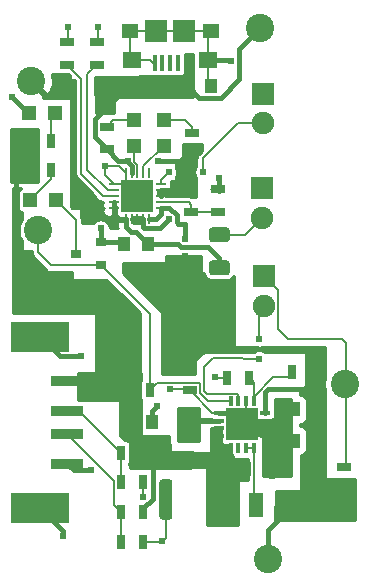
<source format=gbr>
%TF.GenerationSoftware,KiCad,Pcbnew,(5.1.9-0-10_14)*%
%TF.CreationDate,2021-03-09T11:41:36-05:00*%
%TF.ProjectId,Antoinette_PowerBank,416e746f-696e-4657-9474-655f506f7765,rev?*%
%TF.SameCoordinates,Original*%
%TF.FileFunction,Copper,L1,Top*%
%TF.FilePolarity,Positive*%
%FSLAX46Y46*%
G04 Gerber Fmt 4.6, Leading zero omitted, Abs format (unit mm)*
G04 Created by KiCad (PCBNEW (5.1.9-0-10_14)) date 2021-03-09 11:41:36*
%MOMM*%
%LPD*%
G01*
G04 APERTURE LIST*
%TA.AperFunction,SMDPad,CuDef*%
%ADD10R,0.700000X1.300000*%
%TD*%
%TA.AperFunction,ComponentPad*%
%ADD11C,2.400000*%
%TD*%
%TA.AperFunction,SMDPad,CuDef*%
%ADD12R,2.700000X2.700000*%
%TD*%
%TA.AperFunction,SMDPad,CuDef*%
%ADD13R,0.260000X0.810000*%
%TD*%
%TA.AperFunction,SMDPad,CuDef*%
%ADD14R,0.810000X0.260000*%
%TD*%
%TA.AperFunction,SMDPad,CuDef*%
%ADD15R,1.300000X0.700000*%
%TD*%
%TA.AperFunction,SMDPad,CuDef*%
%ADD16R,0.340000X0.810000*%
%TD*%
%TA.AperFunction,SMDPad,CuDef*%
%ADD17R,0.810000X0.340000*%
%TD*%
%TA.AperFunction,SMDPad,CuDef*%
%ADD18R,1.000000X1.250000*%
%TD*%
%TA.AperFunction,SMDPad,CuDef*%
%ADD19R,1.200000X1.200000*%
%TD*%
%TA.AperFunction,SMDPad,CuDef*%
%ADD20R,1.900000X1.900000*%
%TD*%
%TA.AperFunction,SMDPad,CuDef*%
%ADD21R,1.450000X1.300000*%
%TD*%
%TA.AperFunction,SMDPad,CuDef*%
%ADD22R,1.600000X1.400000*%
%TD*%
%TA.AperFunction,SMDPad,CuDef*%
%ADD23R,0.400000X1.350000*%
%TD*%
%TA.AperFunction,SMDPad,CuDef*%
%ADD24R,5.000000X2.500000*%
%TD*%
%TA.AperFunction,SMDPad,CuDef*%
%ADD25R,2.800000X0.900000*%
%TD*%
%TA.AperFunction,SMDPad,CuDef*%
%ADD26R,0.900000X0.800000*%
%TD*%
%TA.AperFunction,SMDPad,CuDef*%
%ADD27R,1.200000X2.000000*%
%TD*%
%TA.AperFunction,ComponentPad*%
%ADD28R,1.900000X1.900000*%
%TD*%
%TA.AperFunction,ComponentPad*%
%ADD29C,1.900000*%
%TD*%
%TA.AperFunction,ViaPad*%
%ADD30C,0.609600*%
%TD*%
%TA.AperFunction,Conductor*%
%ADD31C,0.400000*%
%TD*%
%TA.AperFunction,Conductor*%
%ADD32C,0.150000*%
%TD*%
%TA.AperFunction,Conductor*%
%ADD33C,0.152400*%
%TD*%
%TA.AperFunction,Conductor*%
%ADD34C,0.254000*%
%TD*%
%TA.AperFunction,Conductor*%
%ADD35C,0.100000*%
%TD*%
G04 APERTURE END LIST*
D10*
%TO.P,R15,2*%
%TO.N,Net-(D3-Pad2)*%
X74165500Y-43116500D03*
%TO.P,R15,1*%
%TO.N,+5V*%
X72265500Y-43116500D03*
%TD*%
%TO.P,R14,2*%
%TO.N,Net-(Q1-Pad1)*%
X82484000Y-61785500D03*
%TO.P,R14,1*%
%TO.N,+5V*%
X80584000Y-61785500D03*
%TD*%
%TO.P,R6,2*%
%TO.N,Net-(R6-Pad2)*%
X94554000Y-60261500D03*
%TO.P,R6,1*%
%TO.N,+BATT*%
X96454000Y-60261500D03*
%TD*%
D11*
%TO.P,TP1,1*%
%TO.N,VBUS*%
X91821000Y-31115000D03*
%TD*%
D12*
%TO.P,U2,21*%
%TO.N,GND*%
X81453799Y-45364400D03*
D13*
%TO.P,U2,20*%
%TO.N,+BATT*%
X82453799Y-47319400D03*
%TO.P,U2,19*%
%TO.N,VBUS*%
X81953799Y-47319400D03*
%TO.P,U2,18*%
X81453799Y-47319400D03*
%TO.P,U2,17*%
X80953799Y-47319400D03*
%TO.P,U2,16*%
%TO.N,/Battery+*%
X80453799Y-47319400D03*
D14*
%TO.P,U2,15*%
X79498799Y-46364400D03*
%TO.P,U2,14*%
X79498799Y-45864400D03*
%TO.P,U2,13*%
%TO.N,Net-(R9-Pad1)*%
X79498799Y-45364400D03*
%TO.P,U2,12*%
%TO.N,Net-(R5-Pad1)*%
X79498799Y-44864400D03*
%TO.P,U2,11*%
%TO.N,GND*%
X79498799Y-44364400D03*
D13*
%TO.P,U2,10*%
X80453799Y-43409400D03*
%TO.P,U2,9*%
%TO.N,VBUS*%
X80953799Y-43409400D03*
%TO.P,U2,8*%
%TO.N,Net-(D1-Pad1)*%
X81453799Y-43409400D03*
%TO.P,U2,7*%
%TO.N,Net-(D2-Pad1)*%
X81953799Y-43409400D03*
%TO.P,U2,6*%
%TO.N,Net-(U2-Pad6)*%
X82453799Y-43409400D03*
D14*
%TO.P,U2,5*%
%TO.N,/16KThermistor*%
X83408799Y-44364400D03*
%TO.P,U2,4*%
%TO.N,VBUS*%
X83408799Y-44864400D03*
%TO.P,U2,3*%
X83408799Y-45364400D03*
%TO.P,U2,2*%
%TO.N,Net-(R3-Pad2)*%
X83408799Y-45864400D03*
%TO.P,U2,1*%
%TO.N,+BATT*%
X83408799Y-46364400D03*
%TD*%
D15*
%TO.P,R11,2*%
%TO.N,Net-(D2-Pad2)*%
X86080600Y-40010000D03*
%TO.P,R11,1*%
%TO.N,VBUS*%
X86080600Y-41910000D03*
%TD*%
%TO.P,R5,1*%
%TO.N,Net-(R5-Pad1)*%
X78041500Y-34224000D03*
%TO.P,R5,2*%
%TO.N,GND*%
X78041500Y-32324000D03*
%TD*%
D16*
%TO.P,U3,1*%
%TO.N,+5V*%
X89334700Y-66648800D03*
%TO.P,U3,2*%
%TO.N,N/C*%
X89984700Y-66648800D03*
%TO.P,U3,3*%
%TO.N,Net-(L1-Pad2)*%
X90634700Y-66648800D03*
%TO.P,U3,4*%
X91284700Y-66648800D03*
D17*
%TO.P,U3,5*%
%TO.N,GND*%
X92264700Y-65668800D03*
%TO.P,U3,6*%
X92264700Y-65018800D03*
%TO.P,U3,7*%
X92264700Y-64368800D03*
%TO.P,U3,8*%
%TO.N,+BATT*%
X92264700Y-63718800D03*
D16*
%TO.P,U3,9*%
%TO.N,Net-(R6-Pad2)*%
X91284700Y-62738800D03*
%TO.P,U3,10*%
%TO.N,GND*%
X90634700Y-62738800D03*
%TO.P,U3,11*%
%TO.N,/switch*%
X89984700Y-62738800D03*
%TO.P,U3,12*%
%TO.N,Net-(Q1-Pad1)*%
X89334700Y-62738800D03*
D17*
%TO.P,U3,13*%
%TO.N,GND*%
X88354700Y-63718800D03*
%TO.P,U3,14*%
%TO.N,Net-(R12-Pad2)*%
X88354700Y-64368800D03*
%TO.P,U3,15*%
%TO.N,+5V*%
X88354700Y-65018800D03*
%TO.P,U3,16*%
X88354700Y-65668800D03*
D12*
%TO.P,U3,17*%
%TO.N,GND*%
X90309700Y-64693800D03*
%TD*%
D18*
%TO.P,C1,2*%
%TO.N,GND*%
X82661000Y-64516000D03*
%TO.P,C1,1*%
%TO.N,+5V*%
X80661000Y-64516000D03*
%TD*%
%TO.P,C2,1*%
%TO.N,VBUS*%
X85715600Y-36042600D03*
%TO.P,C2,2*%
%TO.N,GND*%
X87715600Y-36042600D03*
%TD*%
%TO.P,C3,2*%
%TO.N,GND*%
X80343500Y-49403000D03*
%TO.P,C3,1*%
%TO.N,/Battery+*%
X82343500Y-49403000D03*
%TD*%
%TO.P,C4,2*%
%TO.N,GND*%
X94694500Y-66065400D03*
%TO.P,C4,1*%
%TO.N,+BATT*%
X96694500Y-66065400D03*
%TD*%
%TO.P,C5,1*%
%TO.N,+BATT*%
X96694500Y-63423800D03*
%TO.P,C5,2*%
%TO.N,GND*%
X94694500Y-63423800D03*
%TD*%
%TO.P,C6,1*%
%TO.N,+5V*%
X90579700Y-68503800D03*
%TO.P,C6,2*%
%TO.N,GND*%
X92579700Y-68503800D03*
%TD*%
D19*
%TO.P,D1,1*%
%TO.N,Net-(D1-Pad1)*%
X81203800Y-41130400D03*
%TO.P,D1,2*%
%TO.N,Net-(D1-Pad2)*%
X81203800Y-38930400D03*
%TD*%
%TO.P,D2,2*%
%TO.N,Net-(D2-Pad2)*%
X83693000Y-38912800D03*
%TO.P,D2,1*%
%TO.N,Net-(D2-Pad1)*%
X83693000Y-41112800D03*
%TD*%
%TO.P,D3,1*%
%TO.N,Net-(D3-Pad1)*%
X74569500Y-45720000D03*
%TO.P,D3,2*%
%TO.N,Net-(D3-Pad2)*%
X72369500Y-45720000D03*
%TD*%
%TO.P,D4,2*%
%TO.N,Net-(D4-Pad2)*%
X74506000Y-38290500D03*
%TO.P,D4,1*%
%TO.N,GND*%
X72306000Y-38290500D03*
%TD*%
%TO.P,F1,1*%
%TO.N,Net-(F1-Pad1)*%
%TA.AperFunction,SMDPad,CuDef*%
G36*
G01*
X87767000Y-48013000D02*
X89017000Y-48013000D01*
G75*
G02*
X89267000Y-48263000I0J-250000D01*
G01*
X89267000Y-49013000D01*
G75*
G02*
X89017000Y-49263000I-250000J0D01*
G01*
X87767000Y-49263000D01*
G75*
G02*
X87517000Y-49013000I0J250000D01*
G01*
X87517000Y-48263000D01*
G75*
G02*
X87767000Y-48013000I250000J0D01*
G01*
G37*
%TD.AperFunction*%
%TO.P,F1,2*%
%TO.N,/Battery+*%
%TA.AperFunction,SMDPad,CuDef*%
G36*
G01*
X87767000Y-50813000D02*
X89017000Y-50813000D01*
G75*
G02*
X89267000Y-51063000I0J-250000D01*
G01*
X89267000Y-51813000D01*
G75*
G02*
X89017000Y-52063000I-250000J0D01*
G01*
X87767000Y-52063000D01*
G75*
G02*
X87517000Y-51813000I0J250000D01*
G01*
X87517000Y-51063000D01*
G75*
G02*
X87767000Y-50813000I250000J0D01*
G01*
G37*
%TD.AperFunction*%
%TD*%
D20*
%TO.P,J2,11*%
%TO.N,GND*%
X83026400Y-31419800D03*
%TO.P,J2,10*%
X85426400Y-31419800D03*
D21*
%TO.P,J2,9*%
X87651400Y-31419800D03*
%TO.P,J2,8*%
X80801400Y-31419800D03*
D22*
%TO.P,J2,7*%
X81026400Y-33869800D03*
%TO.P,J2,6*%
X87426400Y-33869800D03*
D23*
%TO.P,J2,5*%
X82926400Y-34094800D03*
%TO.P,J2,4*%
%TO.N,Net-(J2-Pad4)*%
X83576400Y-34094800D03*
%TO.P,J2,3*%
%TO.N,Net-(J2-Pad3)*%
X84226400Y-34094800D03*
%TO.P,J2,2*%
%TO.N,Net-(J2-Pad2)*%
X84876400Y-34094800D03*
%TO.P,J2,1*%
%TO.N,VBUS*%
X85526400Y-34094800D03*
%TD*%
D24*
%TO.P,J4,S2*%
%TO.N,GND*%
X73228000Y-71766000D03*
%TO.P,J4,S1*%
X73228000Y-57266000D03*
D25*
%TO.P,J4,03*%
%TO.N,Net-(J4-Pad03)*%
X75478000Y-65516000D03*
%TO.P,J4,01*%
%TO.N,+5V*%
X75478000Y-61016000D03*
%TO.P,J4,02*%
%TO.N,Net-(J4-Pad02)*%
X75478000Y-63516000D03*
%TO.P,J4,04*%
%TO.N,GND*%
X75478000Y-68016000D03*
%TD*%
D26*
%TO.P,Q1,1*%
%TO.N,Net-(Q1-Pad1)*%
X78329500Y-51178500D03*
%TO.P,Q1,2*%
%TO.N,GND*%
X78329500Y-49278500D03*
%TO.P,Q1,3*%
%TO.N,Net-(D3-Pad1)*%
X76229500Y-50228500D03*
%TD*%
D10*
%TO.P,R1,1*%
%TO.N,+5V*%
X81963300Y-72110600D03*
%TO.P,R1,2*%
%TO.N,Net-(J4-Pad03)*%
X80063300Y-72110600D03*
%TD*%
%TO.P,R2,2*%
%TO.N,GND*%
X81963300Y-74650600D03*
%TO.P,R2,1*%
%TO.N,Net-(J4-Pad03)*%
X80063300Y-74650600D03*
%TD*%
D15*
%TO.P,R3,1*%
%TO.N,VBUS*%
X86029800Y-44770000D03*
%TO.P,R3,2*%
%TO.N,Net-(R3-Pad2)*%
X86029800Y-46670000D03*
%TD*%
%TO.P,R4,1*%
%TO.N,Net-(R3-Pad2)*%
X88315800Y-46685200D03*
%TO.P,R4,2*%
%TO.N,GND*%
X88315800Y-44785200D03*
%TD*%
D10*
%TO.P,R7,2*%
%TO.N,GND*%
X89029500Y-60756800D03*
%TO.P,R7,1*%
%TO.N,Net-(R6-Pad2)*%
X90929500Y-60756800D03*
%TD*%
D15*
%TO.P,R8,2*%
%TO.N,VBUS*%
X78836520Y-41391880D03*
%TO.P,R8,1*%
%TO.N,Net-(D1-Pad2)*%
X78836520Y-39491880D03*
%TD*%
%TO.P,R9,2*%
%TO.N,GND*%
X75501500Y-32324000D03*
%TO.P,R9,1*%
%TO.N,Net-(R9-Pad1)*%
X75501500Y-34224000D03*
%TD*%
%TO.P,R10,1*%
%TO.N,+BATT*%
X98933000Y-70228500D03*
%TO.P,R10,2*%
%TO.N,Net-(J5-Pad1)*%
X98933000Y-68328500D03*
%TD*%
%TO.P,R12,2*%
%TO.N,Net-(R12-Pad2)*%
X85890100Y-65740200D03*
%TO.P,R12,1*%
%TO.N,+5V*%
X85890100Y-67640200D03*
%TD*%
%TO.P,R13,1*%
%TO.N,Net-(R12-Pad2)*%
X85890100Y-63713400D03*
%TO.P,R13,2*%
%TO.N,GND*%
X85890100Y-61813400D03*
%TD*%
D10*
%TO.P,R16,1*%
%TO.N,+5V*%
X72202000Y-40703500D03*
%TO.P,R16,2*%
%TO.N,Net-(D4-Pad2)*%
X74102000Y-40703500D03*
%TD*%
%TO.P,R17,1*%
%TO.N,+5V*%
X81948100Y-67081400D03*
%TO.P,R17,2*%
%TO.N,Net-(J4-Pad02)*%
X80048100Y-67081400D03*
%TD*%
%TO.P,R18,2*%
%TO.N,GND*%
X81963300Y-69570600D03*
%TO.P,R18,1*%
%TO.N,Net-(J4-Pad02)*%
X80063300Y-69570600D03*
%TD*%
D11*
%TO.P,TP2,1*%
%TO.N,/Battery+*%
X72453500Y-35623500D03*
%TD*%
%TO.P,TP3,1*%
%TO.N,+BATT*%
X92519500Y-76073000D03*
%TD*%
%TO.P,TP4,1*%
%TO.N,Net-(J5-Pad1)*%
X99060000Y-61277500D03*
%TD*%
%TO.P,TP5,1*%
%TO.N,Net-(Q1-Pad1)*%
X73025000Y-48260000D03*
%TD*%
%TO.P,C7,2*%
%TO.N,GND*%
%TA.AperFunction,SMDPad,CuDef*%
G36*
G01*
X84420600Y-69593799D02*
X84420600Y-72493801D01*
G75*
G02*
X84170601Y-72743800I-249999J0D01*
G01*
X83545599Y-72743800D01*
G75*
G02*
X83295600Y-72493801I0J249999D01*
G01*
X83295600Y-69593799D01*
G75*
G02*
X83545599Y-69343800I249999J0D01*
G01*
X84170601Y-69343800D01*
G75*
G02*
X84420600Y-69593799I0J-249999D01*
G01*
G37*
%TD.AperFunction*%
%TO.P,C7,1*%
%TO.N,+5V*%
%TA.AperFunction,SMDPad,CuDef*%
G36*
G01*
X88695600Y-69593799D02*
X88695600Y-72493801D01*
G75*
G02*
X88445601Y-72743800I-249999J0D01*
G01*
X87820599Y-72743800D01*
G75*
G02*
X87570600Y-72493801I0J249999D01*
G01*
X87570600Y-69593799D01*
G75*
G02*
X87820599Y-69343800I249999J0D01*
G01*
X88445601Y-69343800D01*
G75*
G02*
X88695600Y-69593799I0J-249999D01*
G01*
G37*
%TD.AperFunction*%
%TD*%
D27*
%TO.P,L1,1*%
%TO.N,+BATT*%
X94678500Y-71501000D03*
%TO.P,L1,2*%
%TO.N,Net-(L1-Pad2)*%
X91478500Y-71501000D03*
%TD*%
D28*
%TO.P,J1,1*%
%TO.N,GND*%
X92125800Y-36677600D03*
D29*
%TO.P,J1,2*%
%TO.N,/16KThermistor*%
X92125800Y-39177600D03*
%TD*%
D28*
%TO.P,J3,1*%
%TO.N,GND*%
X91998800Y-44678600D03*
D29*
%TO.P,J3,2*%
%TO.N,Net-(F1-Pad1)*%
X91998800Y-47178600D03*
%TD*%
D28*
%TO.P,J5,1*%
%TO.N,Net-(J5-Pad1)*%
X92138500Y-52133500D03*
D29*
%TO.P,J5,2*%
%TO.N,/switch*%
X92138500Y-54633500D03*
%TD*%
D30*
%TO.N,GND*%
X81927700Y-70840600D03*
X77533500Y-68580000D03*
X83121500Y-63119000D03*
X84213700Y-61696600D03*
X88011000Y-60706000D03*
X83553300Y-74599800D03*
X88328500Y-43815000D03*
X78714600Y-42824400D03*
X89408000Y-33909000D03*
X76708000Y-58928000D03*
X75184000Y-74168000D03*
X75552300Y-31076900D03*
X78143100Y-31076900D03*
X78359000Y-48069500D03*
X70866000Y-36957000D03*
%TO.N,VBUS*%
X84137500Y-47307500D03*
X80645000Y-42354500D03*
X83185000Y-42418000D03*
%TO.N,+BATT*%
X85471000Y-49022000D03*
X85471000Y-50419000D03*
%TO.N,/16KThermistor*%
X84099400Y-43332400D03*
X86995000Y-43307000D03*
%TO.N,/switch*%
X91757500Y-57467500D03*
X91757500Y-59118500D03*
%TD*%
D31*
%TO.N,GND*%
X89334700Y-63718800D02*
X90309700Y-64693800D01*
X88354700Y-63718800D02*
X89334700Y-63718800D01*
D32*
X81251400Y-34094800D02*
X81026400Y-33869800D01*
X81026400Y-31644800D02*
X80801400Y-31419800D01*
X87651400Y-33644800D02*
X87426400Y-33869800D01*
X90634700Y-62478800D02*
X90634700Y-62738800D01*
D33*
X87766400Y-34209800D02*
X87426400Y-33869800D01*
X87426400Y-31644800D02*
X87651400Y-31419800D01*
X87426400Y-33869800D02*
X87426400Y-31644800D01*
X87651400Y-31419800D02*
X80801400Y-31419800D01*
X80801400Y-33644800D02*
X81026400Y-33869800D01*
X80801400Y-31419800D02*
X80801400Y-33644800D01*
X81026400Y-33869800D02*
X82538400Y-33869800D01*
X82763400Y-34094800D02*
X82926400Y-34094800D01*
X82538400Y-33869800D02*
X82763400Y-34094800D01*
X80453799Y-44364400D02*
X81453799Y-45364400D01*
X80453799Y-43409400D02*
X80453799Y-44364400D01*
X81056199Y-45364400D02*
X81453799Y-45364400D01*
X80056199Y-44364400D02*
X81056199Y-45364400D01*
X79498799Y-44364400D02*
X80056199Y-44364400D01*
X90634700Y-62400334D02*
X90634700Y-62738800D01*
X87426400Y-33869800D02*
X87426400Y-36312200D01*
X79868799Y-42824400D02*
X80453799Y-43409400D01*
X78714600Y-42824400D02*
X79868799Y-42824400D01*
X78714600Y-43580201D02*
X79498799Y-44364400D01*
X78714600Y-42824400D02*
X78714600Y-43580201D01*
X87706200Y-44747100D02*
X87807800Y-44848700D01*
X87528400Y-36229800D02*
X87715600Y-36042600D01*
X81963300Y-74650600D02*
X83299300Y-74650600D01*
X83350100Y-71551800D02*
X83858100Y-71043800D01*
X85773300Y-61696600D02*
X85890100Y-61813400D01*
X84213700Y-61696600D02*
X85773300Y-61696600D01*
X90634700Y-62738800D02*
X90634700Y-64368800D01*
X90634700Y-64368800D02*
X90309700Y-64693800D01*
X92264700Y-64368800D02*
X90634700Y-64368800D01*
X83502500Y-71399400D02*
X83858100Y-71043800D01*
X83858099Y-74295001D02*
X83553300Y-74599800D01*
X83858100Y-71043800D02*
X83858099Y-74295001D01*
X81927700Y-69606200D02*
X81963300Y-69570600D01*
X81927700Y-70840600D02*
X81927700Y-69606200D01*
D31*
X89368800Y-33869800D02*
X89408000Y-33909000D01*
X87426400Y-33869800D02*
X89368800Y-33869800D01*
X80887600Y-33731000D02*
X81026400Y-33869800D01*
X82661000Y-63579500D02*
X83121500Y-63119000D01*
X82661000Y-64516000D02*
X82661000Y-63579500D01*
X92661300Y-66065400D02*
X92264700Y-65668800D01*
X94694500Y-66065400D02*
X92661300Y-66065400D01*
X93749500Y-64368800D02*
X92264700Y-64368800D01*
X94694500Y-63423800D02*
X93749500Y-64368800D01*
X73228000Y-71766000D02*
X73228000Y-72212000D01*
X75184000Y-73722000D02*
X73228000Y-71766000D01*
X75184000Y-74168000D02*
X75184000Y-73722000D01*
X76042000Y-68580000D02*
X75478000Y-68016000D01*
X77533500Y-68580000D02*
X76042000Y-68580000D01*
D33*
X75552300Y-32245300D02*
X75501500Y-32296100D01*
X75552300Y-31076900D02*
X75552300Y-32245300D01*
X78143100Y-32209700D02*
X78041500Y-32311300D01*
X78143100Y-31076900D02*
X78143100Y-32209700D01*
D31*
X80219000Y-49278500D02*
X80343500Y-49403000D01*
X78329500Y-49278500D02*
X80219000Y-49278500D01*
X78329500Y-48099000D02*
X78359000Y-48069500D01*
X78329500Y-49278500D02*
X78329500Y-48099000D01*
X72052000Y-38143000D02*
X70866000Y-36957000D01*
X72052000Y-38290500D02*
X72052000Y-38143000D01*
X74890000Y-58928000D02*
X73228000Y-57266000D01*
X76708000Y-58928000D02*
X74890000Y-58928000D01*
X88392000Y-44899500D02*
X88392000Y-43878500D01*
D33*
X87795500Y-63718800D02*
X88354700Y-63718800D01*
X85890100Y-61813400D02*
X87795500Y-63718800D01*
X88061800Y-60756800D02*
X88011000Y-60706000D01*
X89029500Y-60756800D02*
X88061800Y-60756800D01*
%TO.N,+5V*%
X85483700Y-67421800D02*
X85737700Y-67675800D01*
X85722500Y-67472600D02*
X85890100Y-67640200D01*
X82842100Y-67975400D02*
X81948100Y-67081400D01*
D31*
X81963300Y-71810600D02*
X82791300Y-70982600D01*
X81963300Y-72110600D02*
X81963300Y-71810600D01*
X82791300Y-67924600D02*
X81948100Y-67081400D01*
X82791300Y-70982600D02*
X82791300Y-67924600D01*
X80478000Y-64699000D02*
X80661000Y-64516000D01*
X79502000Y-60703500D02*
X80584000Y-61785500D01*
X72265500Y-40767000D02*
X72202000Y-40703500D01*
X72265500Y-43116500D02*
X72265500Y-40767000D01*
X71183500Y-44704000D02*
X71183500Y-44198500D01*
X70993000Y-44894500D02*
X71183500Y-44704000D01*
X71183500Y-44198500D02*
X72265500Y-43116500D01*
X75478000Y-61016000D02*
X77278000Y-61016000D01*
D33*
%TO.N,VBUS*%
X85272400Y-35599400D02*
X85715600Y-36042600D01*
D31*
X79811840Y-42367200D02*
X78836520Y-41391880D01*
X85521800Y-41960800D02*
X86080600Y-41402000D01*
X83408799Y-44864400D02*
X84665400Y-44864400D01*
X83408799Y-45364400D02*
X83408799Y-44864400D01*
X83185000Y-42418000D02*
X85064600Y-42418000D01*
X86080600Y-41402000D02*
X85140800Y-42341800D01*
X80645000Y-42516146D02*
X80645000Y-42354500D01*
X80953799Y-42824945D02*
X80645000Y-42516146D01*
X80953799Y-43409400D02*
X80953799Y-42824945D01*
X80632300Y-42367200D02*
X80645000Y-42354500D01*
X79811840Y-42367200D02*
X80632300Y-42367200D01*
X84137500Y-47307500D02*
X83368199Y-48076801D01*
X81453799Y-47319400D02*
X81453799Y-47488722D01*
X81901389Y-47936312D02*
X81901389Y-47319400D01*
X82041878Y-48076801D02*
X81901389Y-47936312D01*
X83368199Y-48076801D02*
X82041878Y-48076801D01*
X91821000Y-31115000D02*
X90065201Y-32870799D01*
X86693001Y-37020001D02*
X85715600Y-36042600D01*
X88497521Y-37020001D02*
X86693001Y-37020001D01*
X90065201Y-35452321D02*
X88497521Y-37020001D01*
X90065201Y-32870799D02*
X90065201Y-35452321D01*
X85360000Y-35687000D02*
X85715600Y-36042600D01*
X81453799Y-47319400D02*
X81006209Y-47319400D01*
X77834119Y-38859959D02*
X80651478Y-36042600D01*
X77834119Y-40389479D02*
X77834119Y-38859959D01*
X80651478Y-36042600D02*
X85715600Y-36042600D01*
X78836520Y-41391880D02*
X77834119Y-40389479D01*
%TO.N,/Battery+*%
X80453799Y-47988722D02*
X80453799Y-47319400D01*
X80890676Y-48425599D02*
X80453799Y-47988722D01*
X81366099Y-48425599D02*
X80890676Y-48425599D01*
X82343500Y-49403000D02*
X81366099Y-48425599D01*
X79923799Y-47319400D02*
X80453799Y-47319400D01*
X79498799Y-46894400D02*
X79923799Y-47319400D01*
X79498799Y-46364400D02*
X79498799Y-46894400D01*
X79498799Y-46364400D02*
X79498799Y-45864400D01*
X85155543Y-49679201D02*
X84879342Y-49403000D01*
X87458701Y-49679201D02*
X85155543Y-49679201D01*
X88392000Y-50612500D02*
X87458701Y-49679201D01*
X84879342Y-49403000D02*
X82343500Y-49403000D01*
X88392000Y-51438000D02*
X88392000Y-50612500D01*
D33*
%TO.N,+BATT*%
X96237300Y-66065400D02*
X96253300Y-66049400D01*
D31*
X83408799Y-46894400D02*
X83408799Y-46364400D01*
X82983799Y-47319400D02*
X83408799Y-46894400D01*
X82453799Y-47319400D02*
X82983799Y-47319400D01*
X85471000Y-49022000D02*
X85471000Y-47693742D01*
X92519500Y-73660000D02*
X94678500Y-71501000D01*
X92519500Y-76454000D02*
X92519500Y-73660000D01*
X95515099Y-61708401D02*
X92531499Y-61708401D01*
X96517500Y-60706000D02*
X95515099Y-61708401D01*
X92531499Y-61708401D02*
X92264700Y-61975200D01*
X92264700Y-63718800D02*
X92264700Y-61975200D01*
X84167058Y-46364400D02*
X83408799Y-46364400D01*
X84794701Y-46992043D02*
X84167058Y-46364400D01*
X84794701Y-47583701D02*
X84794701Y-46992043D01*
X84904742Y-47693742D02*
X84794701Y-47583701D01*
X85471000Y-47693742D02*
X84904742Y-47693742D01*
D33*
%TO.N,Net-(D1-Pad1)*%
X81453799Y-42718799D02*
X81453799Y-43409400D01*
X81203800Y-42468800D02*
X81453799Y-42718799D01*
X81203800Y-41130400D02*
X81203800Y-42468800D01*
%TO.N,Net-(D1-Pad2)*%
X79398000Y-38930400D02*
X78836520Y-39491880D01*
X81203800Y-38930400D02*
X79398000Y-38930400D01*
%TO.N,Net-(D2-Pad2)*%
X85491400Y-38912800D02*
X86080600Y-39502000D01*
X83693000Y-38912800D02*
X85491400Y-38912800D01*
X86080600Y-40010000D02*
X86080600Y-39502000D01*
%TO.N,Net-(D2-Pad1)*%
X81953799Y-42852001D02*
X81953799Y-43409400D01*
X83693000Y-41112800D02*
X81953799Y-42852001D01*
%TO.N,Net-(D3-Pad1)*%
X76229500Y-47380000D02*
X74569500Y-45720000D01*
X76229500Y-50228500D02*
X76229500Y-47380000D01*
%TO.N,Net-(D3-Pad2)*%
X72265500Y-45616000D02*
X72369500Y-45720000D01*
X74165500Y-43924000D02*
X72369500Y-45720000D01*
X74165500Y-43116500D02*
X74165500Y-43924000D01*
D31*
%TO.N,Net-(D4-Pad2)*%
X74165500Y-40767000D02*
X74102000Y-40703500D01*
D33*
X74252000Y-38290500D02*
X74252000Y-38653500D01*
X74102000Y-38440500D02*
X74252000Y-38290500D01*
X74102000Y-40703500D02*
X74102000Y-38440500D01*
%TO.N,Net-(F1-Pad1)*%
X91450800Y-47726600D02*
X91998800Y-47178600D01*
X91857200Y-47320200D02*
X91998800Y-47178600D01*
X91806400Y-47371000D02*
X91998800Y-47178600D01*
X90539400Y-48638000D02*
X91998800Y-47178600D01*
X88392000Y-48638000D02*
X90539400Y-48638000D01*
%TO.N,/16KThermistor*%
X83408799Y-44023001D02*
X84099400Y-43332400D01*
X83408799Y-44364400D02*
X83408799Y-44023001D01*
X90362400Y-39177600D02*
X92125800Y-39177600D01*
X86995000Y-42164000D02*
X89981400Y-39177600D01*
X86995000Y-43307000D02*
X86995000Y-42164000D01*
X89981400Y-39177600D02*
X90362400Y-39177600D01*
%TO.N,Net-(J4-Pad03)*%
X80063300Y-74650600D02*
X80063300Y-72110600D01*
X76748000Y-65770400D02*
X76748000Y-65516000D01*
X79484699Y-69522699D02*
X75478000Y-65516000D01*
X79484699Y-71531999D02*
X79484699Y-69522699D01*
X80063300Y-72110600D02*
X79484699Y-71531999D01*
%TO.N,Net-(J4-Pad02)*%
X80063300Y-69570600D02*
X80063300Y-67030600D01*
X79962500Y-66995800D02*
X80048100Y-67081400D01*
X80048100Y-67081400D02*
X80048100Y-66522600D01*
X76482700Y-63516000D02*
X75478000Y-63516000D01*
X80048100Y-67081400D02*
X76482700Y-63516000D01*
%TO.N,Net-(Q1-Pad1)*%
X89334700Y-62738800D02*
X87440300Y-62738800D01*
X86651381Y-61163199D02*
X83106301Y-61163199D01*
X86768701Y-61280519D02*
X86651381Y-61163199D01*
X86768701Y-62003701D02*
X86768701Y-61280519D01*
X83106301Y-61163199D02*
X82484000Y-61785500D01*
X87440300Y-62675300D02*
X86768701Y-62003701D01*
X87440300Y-62738800D02*
X87440300Y-62675300D01*
X73025000Y-48260000D02*
X73025000Y-50101500D01*
X74102000Y-51178500D02*
X78329500Y-51178500D01*
X73025000Y-50101500D02*
X74102000Y-51178500D01*
X82484000Y-55333000D02*
X78329500Y-51178500D01*
X82484000Y-61785500D02*
X82484000Y-55333000D01*
%TO.N,Net-(R3-Pad2)*%
X86080600Y-46771600D02*
X85884600Y-46575600D01*
X88300600Y-46670000D02*
X88315800Y-46685200D01*
X86029800Y-46670000D02*
X88300600Y-46670000D01*
X85986200Y-46626400D02*
X86029800Y-46670000D01*
X86029800Y-46670000D02*
X86029800Y-46088300D01*
X85805900Y-45864400D02*
X83408799Y-45864400D01*
X86029800Y-46088300D02*
X85805900Y-45864400D01*
%TO.N,Net-(R5-Pad1)*%
X77216000Y-43139001D02*
X77216000Y-35049500D01*
X78941399Y-44864400D02*
X77216000Y-43139001D01*
X77216000Y-35049500D02*
X78041500Y-34224000D01*
X79498799Y-44864400D02*
X78941399Y-44864400D01*
%TO.N,Net-(R6-Pad2)*%
X92927754Y-60706000D02*
X91284700Y-62349054D01*
X91284700Y-62349054D02*
X91284700Y-62738800D01*
X94617500Y-60706000D02*
X92927754Y-60706000D01*
X91284700Y-61112000D02*
X91284700Y-62738800D01*
X90929500Y-60756800D02*
X91284700Y-61112000D01*
%TO.N,Net-(R9-Pad1)*%
X76708000Y-35430500D02*
X75501500Y-34224000D01*
X76708000Y-43497500D02*
X76708000Y-35430500D01*
X78574900Y-45364400D02*
X76708000Y-43497500D01*
X79498799Y-45364400D02*
X78574900Y-45364400D01*
D31*
%TO.N,Net-(R12-Pad2)*%
X86545500Y-64368800D02*
X85890100Y-63713400D01*
X88354700Y-64368800D02*
X86545500Y-64368800D01*
D32*
%TO.N,Net-(L1-Pad2)*%
X91284700Y-66648800D02*
X91304701Y-66668801D01*
D33*
X91284700Y-66648800D02*
X90634700Y-66648800D01*
X91284700Y-66648800D02*
X91308301Y-66672401D01*
X91308301Y-67695919D02*
X91308301Y-70857999D01*
X91284700Y-67672318D02*
X91308301Y-67695919D01*
X91284700Y-66648800D02*
X91284700Y-67672318D01*
%TO.N,Net-(J5-Pad1)*%
X99123500Y-59245500D02*
X99123500Y-57785000D01*
X99123500Y-57785000D02*
X98806000Y-57467500D01*
X98806000Y-57467500D02*
X97091500Y-57467500D01*
D32*
X94234000Y-57467500D02*
X93345000Y-56578500D01*
X93345000Y-53340000D02*
X92138500Y-52133500D01*
X93345000Y-56578500D02*
X93345000Y-53340000D01*
D33*
X97091500Y-57467500D02*
X94234000Y-57467500D01*
X99123500Y-68138000D02*
X98933000Y-68328500D01*
X99123500Y-59245500D02*
X99123500Y-68138000D01*
D32*
%TO.N,/switch*%
X89984700Y-62738800D02*
X89984700Y-62408798D01*
D33*
X89984700Y-62181400D02*
X89908499Y-62105199D01*
X87073511Y-61864011D02*
X87073510Y-59825356D01*
X87314699Y-62105199D02*
X87073511Y-61864011D01*
X89908499Y-62105199D02*
X87314699Y-62105199D01*
X89984700Y-62738800D02*
X89984700Y-62181400D01*
X87073510Y-59825356D02*
X87818467Y-59080399D01*
X87818467Y-59080399D02*
X90335101Y-59080399D01*
X91757500Y-57658000D02*
X91757500Y-57658000D01*
X90335101Y-59080399D02*
X90335101Y-59080399D01*
X90335101Y-59080399D02*
X90335101Y-59080399D01*
D32*
X90436702Y-59182000D02*
X90335101Y-59080399D01*
X91757500Y-59182000D02*
X90436702Y-59182000D01*
D33*
X91757500Y-55014500D02*
X92138500Y-54633500D01*
X91757500Y-57467500D02*
X91757500Y-55014500D01*
%TD*%
D34*
%TO.N,+BATT*%
X97345500Y-60621583D02*
X97295518Y-60742250D01*
X97225000Y-61096768D01*
X97225000Y-61458232D01*
X97295518Y-61812750D01*
X97345500Y-61933417D01*
X97345500Y-69215000D01*
X97347940Y-69239776D01*
X97355167Y-69263601D01*
X97366903Y-69285557D01*
X97382697Y-69304803D01*
X97401943Y-69320597D01*
X97423899Y-69332333D01*
X97447724Y-69339560D01*
X97472500Y-69342000D01*
X99861433Y-69342000D01*
X99861433Y-72771000D01*
X98489438Y-72771000D01*
X97220337Y-72752643D01*
X97218712Y-72752630D01*
X93131514Y-72745815D01*
X93177526Y-70307200D01*
X95186500Y-70307200D01*
X95211276Y-70304760D01*
X95235101Y-70297533D01*
X95257057Y-70285797D01*
X95276303Y-70270003D01*
X95292097Y-70250757D01*
X95303833Y-70228801D01*
X95311060Y-70204976D01*
X95313484Y-70178172D01*
X95267846Y-67321248D01*
X95318982Y-67316212D01*
X95438680Y-67279902D01*
X95548994Y-67220937D01*
X95645685Y-67141585D01*
X95725037Y-67044894D01*
X95784002Y-66934580D01*
X95820312Y-66814882D01*
X95832572Y-66690400D01*
X95832572Y-65440400D01*
X95820312Y-65315918D01*
X95784002Y-65196220D01*
X95725037Y-65085906D01*
X95645685Y-64989215D01*
X95548994Y-64909863D01*
X95438680Y-64850898D01*
X95318982Y-64814588D01*
X95227660Y-64805594D01*
X95225714Y-64683798D01*
X95318982Y-64674612D01*
X95438680Y-64638302D01*
X95548994Y-64579337D01*
X95645685Y-64499985D01*
X95725037Y-64403294D01*
X95784002Y-64292980D01*
X95820312Y-64173282D01*
X95832572Y-64048800D01*
X95832572Y-62798800D01*
X95820312Y-62674318D01*
X95784002Y-62554620D01*
X95725037Y-62444306D01*
X95645685Y-62347615D01*
X95548994Y-62268263D01*
X95438680Y-62209298D01*
X95318982Y-62172988D01*
X95194500Y-62160728D01*
X95186500Y-62160728D01*
X95186500Y-61849000D01*
X95567500Y-61849000D01*
X95592276Y-61846560D01*
X95616101Y-61839333D01*
X95638057Y-61827597D01*
X95657303Y-61811803D01*
X95673097Y-61792557D01*
X95684833Y-61770601D01*
X95692060Y-61746776D01*
X95694500Y-61722000D01*
X95694500Y-58178700D01*
X97345500Y-58178700D01*
X97345500Y-60621583D01*
%TA.AperFunction,Conductor*%
D35*
G36*
X97345500Y-60621583D02*
G01*
X97295518Y-60742250D01*
X97225000Y-61096768D01*
X97225000Y-61458232D01*
X97295518Y-61812750D01*
X97345500Y-61933417D01*
X97345500Y-69215000D01*
X97347940Y-69239776D01*
X97355167Y-69263601D01*
X97366903Y-69285557D01*
X97382697Y-69304803D01*
X97401943Y-69320597D01*
X97423899Y-69332333D01*
X97447724Y-69339560D01*
X97472500Y-69342000D01*
X99861433Y-69342000D01*
X99861433Y-72771000D01*
X98489438Y-72771000D01*
X97220337Y-72752643D01*
X97218712Y-72752630D01*
X93131514Y-72745815D01*
X93177526Y-70307200D01*
X95186500Y-70307200D01*
X95211276Y-70304760D01*
X95235101Y-70297533D01*
X95257057Y-70285797D01*
X95276303Y-70270003D01*
X95292097Y-70250757D01*
X95303833Y-70228801D01*
X95311060Y-70204976D01*
X95313484Y-70178172D01*
X95267846Y-67321248D01*
X95318982Y-67316212D01*
X95438680Y-67279902D01*
X95548994Y-67220937D01*
X95645685Y-67141585D01*
X95725037Y-67044894D01*
X95784002Y-66934580D01*
X95820312Y-66814882D01*
X95832572Y-66690400D01*
X95832572Y-65440400D01*
X95820312Y-65315918D01*
X95784002Y-65196220D01*
X95725037Y-65085906D01*
X95645685Y-64989215D01*
X95548994Y-64909863D01*
X95438680Y-64850898D01*
X95318982Y-64814588D01*
X95227660Y-64805594D01*
X95225714Y-64683798D01*
X95318982Y-64674612D01*
X95438680Y-64638302D01*
X95548994Y-64579337D01*
X95645685Y-64499985D01*
X95725037Y-64403294D01*
X95784002Y-64292980D01*
X95820312Y-64173282D01*
X95832572Y-64048800D01*
X95832572Y-62798800D01*
X95820312Y-62674318D01*
X95784002Y-62554620D01*
X95725037Y-62444306D01*
X95645685Y-62347615D01*
X95548994Y-62268263D01*
X95438680Y-62209298D01*
X95318982Y-62172988D01*
X95194500Y-62160728D01*
X95186500Y-62160728D01*
X95186500Y-61849000D01*
X95567500Y-61849000D01*
X95592276Y-61846560D01*
X95616101Y-61839333D01*
X95638057Y-61827597D01*
X95657303Y-61811803D01*
X95673097Y-61792557D01*
X95684833Y-61770601D01*
X95692060Y-61746776D01*
X95694500Y-61722000D01*
X95694500Y-58178700D01*
X97345500Y-58178700D01*
X97345500Y-60621583D01*
G37*
%TD.AperFunction*%
%TD*%
D34*
%TO.N,+5V*%
X88530634Y-66043800D02*
X88538878Y-66127507D01*
X88563295Y-66207996D01*
X88602945Y-66282176D01*
X88656305Y-66347195D01*
X88721324Y-66400555D01*
X88795504Y-66440205D01*
X88875993Y-66464622D01*
X88959700Y-66472866D01*
X89385634Y-66472866D01*
X89385634Y-67053800D01*
X89393878Y-67137507D01*
X89418295Y-67217996D01*
X89457945Y-67292176D01*
X89511305Y-67357195D01*
X89522300Y-67366218D01*
X89522300Y-67487800D01*
X89524740Y-67512576D01*
X89531967Y-67536401D01*
X89543703Y-67558357D01*
X89559497Y-67577603D01*
X89578743Y-67593397D01*
X89600699Y-67605133D01*
X89624524Y-67612360D01*
X89649300Y-67614800D01*
X90781501Y-67614800D01*
X90781501Y-67647604D01*
X90779067Y-67672318D01*
X90788782Y-67770962D01*
X90805101Y-67824759D01*
X90805102Y-69392800D01*
X90055700Y-69392800D01*
X90030924Y-69395240D01*
X90007099Y-69402467D01*
X89985143Y-69414203D01*
X89965897Y-69429997D01*
X89950103Y-69449243D01*
X89938367Y-69471199D01*
X89931140Y-69495024D01*
X89928700Y-69519800D01*
X89928700Y-73202800D01*
X87337900Y-73202800D01*
X87337900Y-68453000D01*
X87335460Y-68428224D01*
X87328233Y-68404399D01*
X87316497Y-68382443D01*
X87300703Y-68363197D01*
X87281457Y-68347403D01*
X87259501Y-68335667D01*
X87235676Y-68328440D01*
X87208255Y-68326028D01*
X84899500Y-68374127D01*
X84899500Y-67058373D01*
X87513349Y-67106778D01*
X87538166Y-67104797D01*
X87562120Y-67098012D01*
X87584290Y-67086685D01*
X87603824Y-67071250D01*
X87619972Y-67052300D01*
X87632113Y-67030565D01*
X87639780Y-67006878D01*
X87642700Y-66979800D01*
X87642700Y-64995800D01*
X88385494Y-64995800D01*
X88477613Y-64986727D01*
X88522205Y-64973200D01*
X88530634Y-64973200D01*
X88530634Y-66043800D01*
%TA.AperFunction,Conductor*%
D35*
G36*
X88530634Y-66043800D02*
G01*
X88538878Y-66127507D01*
X88563295Y-66207996D01*
X88602945Y-66282176D01*
X88656305Y-66347195D01*
X88721324Y-66400555D01*
X88795504Y-66440205D01*
X88875993Y-66464622D01*
X88959700Y-66472866D01*
X89385634Y-66472866D01*
X89385634Y-67053800D01*
X89393878Y-67137507D01*
X89418295Y-67217996D01*
X89457945Y-67292176D01*
X89511305Y-67357195D01*
X89522300Y-67366218D01*
X89522300Y-67487800D01*
X89524740Y-67512576D01*
X89531967Y-67536401D01*
X89543703Y-67558357D01*
X89559497Y-67577603D01*
X89578743Y-67593397D01*
X89600699Y-67605133D01*
X89624524Y-67612360D01*
X89649300Y-67614800D01*
X90781501Y-67614800D01*
X90781501Y-67647604D01*
X90779067Y-67672318D01*
X90788782Y-67770962D01*
X90805101Y-67824759D01*
X90805102Y-69392800D01*
X90055700Y-69392800D01*
X90030924Y-69395240D01*
X90007099Y-69402467D01*
X89985143Y-69414203D01*
X89965897Y-69429997D01*
X89950103Y-69449243D01*
X89938367Y-69471199D01*
X89931140Y-69495024D01*
X89928700Y-69519800D01*
X89928700Y-73202800D01*
X87337900Y-73202800D01*
X87337900Y-68453000D01*
X87335460Y-68428224D01*
X87328233Y-68404399D01*
X87316497Y-68382443D01*
X87300703Y-68363197D01*
X87281457Y-68347403D01*
X87259501Y-68335667D01*
X87235676Y-68328440D01*
X87208255Y-68326028D01*
X84899500Y-68374127D01*
X84899500Y-67058373D01*
X87513349Y-67106778D01*
X87538166Y-67104797D01*
X87562120Y-67098012D01*
X87584290Y-67086685D01*
X87603824Y-67071250D01*
X87619972Y-67052300D01*
X87632113Y-67030565D01*
X87639780Y-67006878D01*
X87642700Y-66979800D01*
X87642700Y-64995800D01*
X88385494Y-64995800D01*
X88477613Y-64986727D01*
X88522205Y-64973200D01*
X88530634Y-64973200D01*
X88530634Y-66043800D01*
G37*
%TD.AperFunction*%
%TD*%
D34*
%TO.N,GND*%
X94424500Y-69024500D02*
X93154500Y-69024500D01*
X93129724Y-69026940D01*
X93105899Y-69034167D01*
X93083943Y-69045903D01*
X93064697Y-69061697D01*
X93048903Y-69080943D01*
X93037167Y-69102899D01*
X93029940Y-69126724D01*
X93029461Y-69131592D01*
X92075000Y-69093028D01*
X92075000Y-65722500D01*
X92072560Y-65697724D01*
X92065333Y-65673899D01*
X92053597Y-65651943D01*
X92037803Y-65632697D01*
X92018557Y-65616903D01*
X91996601Y-65605167D01*
X91972776Y-65597940D01*
X91949427Y-65595508D01*
X90944700Y-65584219D01*
X90944700Y-64309829D01*
X91716461Y-64291563D01*
X91775993Y-64309622D01*
X91859700Y-64317866D01*
X92079610Y-64317866D01*
X92141787Y-64336727D01*
X92264700Y-64348833D01*
X92387612Y-64336727D01*
X92449789Y-64317866D01*
X92669700Y-64317866D01*
X92753407Y-64309622D01*
X92833896Y-64285205D01*
X92873224Y-64264184D01*
X92967005Y-64261964D01*
X92991717Y-64258939D01*
X93015364Y-64251150D01*
X93037036Y-64238898D01*
X93055902Y-64222653D01*
X93071237Y-64203039D01*
X93082450Y-64180811D01*
X93089111Y-64156822D01*
X93091000Y-64135000D01*
X93091000Y-63967654D01*
X93098766Y-63888800D01*
X93098766Y-63548800D01*
X93091000Y-63469946D01*
X93091000Y-62547500D01*
X94424500Y-62547500D01*
X94424500Y-69024500D01*
%TA.AperFunction,Conductor*%
D35*
G36*
X94424500Y-69024500D02*
G01*
X93154500Y-69024500D01*
X93129724Y-69026940D01*
X93105899Y-69034167D01*
X93083943Y-69045903D01*
X93064697Y-69061697D01*
X93048903Y-69080943D01*
X93037167Y-69102899D01*
X93029940Y-69126724D01*
X93029461Y-69131592D01*
X92075000Y-69093028D01*
X92075000Y-65722500D01*
X92072560Y-65697724D01*
X92065333Y-65673899D01*
X92053597Y-65651943D01*
X92037803Y-65632697D01*
X92018557Y-65616903D01*
X91996601Y-65605167D01*
X91972776Y-65597940D01*
X91949427Y-65595508D01*
X90944700Y-65584219D01*
X90944700Y-64309829D01*
X91716461Y-64291563D01*
X91775993Y-64309622D01*
X91859700Y-64317866D01*
X92079610Y-64317866D01*
X92141787Y-64336727D01*
X92264700Y-64348833D01*
X92387612Y-64336727D01*
X92449789Y-64317866D01*
X92669700Y-64317866D01*
X92753407Y-64309622D01*
X92833896Y-64285205D01*
X92873224Y-64264184D01*
X92967005Y-64261964D01*
X92991717Y-64258939D01*
X93015364Y-64251150D01*
X93037036Y-64238898D01*
X93055902Y-64222653D01*
X93071237Y-64203039D01*
X93082450Y-64180811D01*
X93089111Y-64156822D01*
X93091000Y-64135000D01*
X93091000Y-63967654D01*
X93098766Y-63888800D01*
X93098766Y-63548800D01*
X93091000Y-63469946D01*
X93091000Y-62547500D01*
X94424500Y-62547500D01*
X94424500Y-69024500D01*
G37*
%TD.AperFunction*%
%TD*%
D34*
%TO.N,VBUS*%
X86182200Y-36982203D02*
X79629197Y-36972041D01*
X79604417Y-36974443D01*
X79580581Y-36981633D01*
X79558606Y-36993335D01*
X79539337Y-37009099D01*
X79523513Y-37028320D01*
X79511743Y-37050258D01*
X79504479Y-37074071D01*
X79502000Y-37099041D01*
X79502000Y-38290500D01*
X77912082Y-38290500D01*
X77853454Y-35241845D01*
X85243044Y-35204398D01*
X85267807Y-35201833D01*
X85291595Y-35194485D01*
X85313492Y-35182638D01*
X85332656Y-35166746D01*
X85348353Y-35147421D01*
X85359977Y-35125406D01*
X85367084Y-35101545D01*
X85368950Y-35082096D01*
X85379795Y-35073195D01*
X85433155Y-35008176D01*
X85472805Y-34933996D01*
X85497222Y-34853507D01*
X85505466Y-34769800D01*
X85505466Y-33419800D01*
X85497222Y-33336093D01*
X85493796Y-33324800D01*
X86182200Y-33324800D01*
X86182200Y-36982203D01*
%TA.AperFunction,Conductor*%
D35*
G36*
X86182200Y-36982203D02*
G01*
X79629197Y-36972041D01*
X79604417Y-36974443D01*
X79580581Y-36981633D01*
X79558606Y-36993335D01*
X79539337Y-37009099D01*
X79523513Y-37028320D01*
X79511743Y-37050258D01*
X79504479Y-37074071D01*
X79502000Y-37099041D01*
X79502000Y-38290500D01*
X77912082Y-38290500D01*
X77853454Y-35241845D01*
X85243044Y-35204398D01*
X85267807Y-35201833D01*
X85291595Y-35194485D01*
X85313492Y-35182638D01*
X85332656Y-35166746D01*
X85348353Y-35147421D01*
X85359977Y-35125406D01*
X85367084Y-35101545D01*
X85368950Y-35082096D01*
X85379795Y-35073195D01*
X85433155Y-35008176D01*
X85472805Y-34933996D01*
X85497222Y-34853507D01*
X85505466Y-34769800D01*
X85505466Y-33419800D01*
X85497222Y-33336093D01*
X85493796Y-33324800D01*
X86182200Y-33324800D01*
X86182200Y-36982203D01*
G37*
%TD.AperFunction*%
%TD*%
D34*
%TO.N,VBUS*%
X86918800Y-41528568D02*
X86656653Y-41790715D01*
X86637464Y-41806463D01*
X86621716Y-41825652D01*
X86621710Y-41825658D01*
X86574582Y-41883085D01*
X86527855Y-41970503D01*
X86499082Y-42065356D01*
X86496126Y-42095366D01*
X86489199Y-42097467D01*
X86467243Y-42109203D01*
X86447997Y-42124997D01*
X86432203Y-42144243D01*
X86420467Y-42166199D01*
X86413240Y-42190024D01*
X86410801Y-42215277D01*
X86413227Y-42860481D01*
X86346487Y-42960363D01*
X86291323Y-43093542D01*
X86263200Y-43234924D01*
X86263200Y-43379076D01*
X86291323Y-43520458D01*
X86346487Y-43653637D01*
X86416603Y-43758572D01*
X86423022Y-45466000D01*
X86113645Y-45466000D01*
X86086815Y-45443981D01*
X85999398Y-45397255D01*
X85904544Y-45368482D01*
X85830612Y-45361200D01*
X85830604Y-45361200D01*
X85805900Y-45358767D01*
X85781196Y-45361200D01*
X84021409Y-45361200D01*
X83977995Y-45337995D01*
X83897506Y-45313578D01*
X83813799Y-45305334D01*
X83232865Y-45305334D01*
X83232865Y-44923466D01*
X83813799Y-44923466D01*
X83897506Y-44915222D01*
X83977995Y-44890805D01*
X84052175Y-44851155D01*
X84076734Y-44831000D01*
X84201000Y-44831000D01*
X84225776Y-44828560D01*
X84249601Y-44821333D01*
X84271557Y-44809597D01*
X84290803Y-44793803D01*
X84306597Y-44774557D01*
X84318333Y-44752601D01*
X84325560Y-44728776D01*
X84328000Y-44704000D01*
X84328000Y-44119800D01*
X84556600Y-44119800D01*
X84581376Y-44117360D01*
X84605201Y-44110133D01*
X84627157Y-44098397D01*
X84646403Y-44082603D01*
X84662197Y-44063357D01*
X84673933Y-44041401D01*
X84681160Y-44017576D01*
X84683600Y-43992800D01*
X84683600Y-43775288D01*
X84747913Y-43679037D01*
X84803077Y-43545858D01*
X84831200Y-43404476D01*
X84831200Y-43260324D01*
X84803077Y-43118942D01*
X84747913Y-42985763D01*
X84683600Y-42889512D01*
X84683600Y-42392600D01*
X85166200Y-42392600D01*
X85190976Y-42390160D01*
X85214801Y-42382933D01*
X85236757Y-42371197D01*
X85256003Y-42355403D01*
X85271797Y-42336157D01*
X85283533Y-42314201D01*
X85290760Y-42290376D01*
X85293200Y-42265600D01*
X85293200Y-40970200D01*
X86918800Y-40970200D01*
X86918800Y-41528568D01*
%TA.AperFunction,Conductor*%
D35*
G36*
X86918800Y-41528568D02*
G01*
X86656653Y-41790715D01*
X86637464Y-41806463D01*
X86621716Y-41825652D01*
X86621710Y-41825658D01*
X86574582Y-41883085D01*
X86527855Y-41970503D01*
X86499082Y-42065356D01*
X86496126Y-42095366D01*
X86489199Y-42097467D01*
X86467243Y-42109203D01*
X86447997Y-42124997D01*
X86432203Y-42144243D01*
X86420467Y-42166199D01*
X86413240Y-42190024D01*
X86410801Y-42215277D01*
X86413227Y-42860481D01*
X86346487Y-42960363D01*
X86291323Y-43093542D01*
X86263200Y-43234924D01*
X86263200Y-43379076D01*
X86291323Y-43520458D01*
X86346487Y-43653637D01*
X86416603Y-43758572D01*
X86423022Y-45466000D01*
X86113645Y-45466000D01*
X86086815Y-45443981D01*
X85999398Y-45397255D01*
X85904544Y-45368482D01*
X85830612Y-45361200D01*
X85830604Y-45361200D01*
X85805900Y-45358767D01*
X85781196Y-45361200D01*
X84021409Y-45361200D01*
X83977995Y-45337995D01*
X83897506Y-45313578D01*
X83813799Y-45305334D01*
X83232865Y-45305334D01*
X83232865Y-44923466D01*
X83813799Y-44923466D01*
X83897506Y-44915222D01*
X83977995Y-44890805D01*
X84052175Y-44851155D01*
X84076734Y-44831000D01*
X84201000Y-44831000D01*
X84225776Y-44828560D01*
X84249601Y-44821333D01*
X84271557Y-44809597D01*
X84290803Y-44793803D01*
X84306597Y-44774557D01*
X84318333Y-44752601D01*
X84325560Y-44728776D01*
X84328000Y-44704000D01*
X84328000Y-44119800D01*
X84556600Y-44119800D01*
X84581376Y-44117360D01*
X84605201Y-44110133D01*
X84627157Y-44098397D01*
X84646403Y-44082603D01*
X84662197Y-44063357D01*
X84673933Y-44041401D01*
X84681160Y-44017576D01*
X84683600Y-43992800D01*
X84683600Y-43775288D01*
X84747913Y-43679037D01*
X84803077Y-43545858D01*
X84831200Y-43404476D01*
X84831200Y-43260324D01*
X84803077Y-43118942D01*
X84747913Y-42985763D01*
X84683600Y-42889512D01*
X84683600Y-42392600D01*
X85166200Y-42392600D01*
X85190976Y-42390160D01*
X85214801Y-42382933D01*
X85236757Y-42371197D01*
X85256003Y-42355403D01*
X85271797Y-42336157D01*
X85283533Y-42314201D01*
X85290760Y-42290376D01*
X85293200Y-42265600D01*
X85293200Y-40970200D01*
X86918800Y-40970200D01*
X86918800Y-41528568D01*
G37*
%TD.AperFunction*%
%TD*%
D34*
%TO.N,VBUS*%
X81835872Y-47196487D02*
X81823766Y-47319400D01*
X81835872Y-47442313D01*
X81871724Y-47560503D01*
X81894733Y-47603550D01*
X81894733Y-47625000D01*
X81080799Y-47625000D01*
X81080799Y-47350194D01*
X81083832Y-47319400D01*
X81076800Y-47248004D01*
X81076800Y-47143466D01*
X81851956Y-47143466D01*
X81835872Y-47196487D01*
%TA.AperFunction,Conductor*%
D35*
G36*
X81835872Y-47196487D02*
G01*
X81823766Y-47319400D01*
X81835872Y-47442313D01*
X81871724Y-47560503D01*
X81894733Y-47603550D01*
X81894733Y-47625000D01*
X81080799Y-47625000D01*
X81080799Y-47350194D01*
X81083832Y-47319400D01*
X81076800Y-47248004D01*
X81076800Y-47143466D01*
X81851956Y-47143466D01*
X81835872Y-47196487D01*
G37*
%TD.AperFunction*%
%TD*%
D34*
%TO.N,Net-(R12-Pad2)*%
X86626700Y-64135000D02*
X86629140Y-64159776D01*
X86636367Y-64183601D01*
X86648103Y-64205557D01*
X86663897Y-64224803D01*
X86683143Y-64240597D01*
X86705099Y-64252333D01*
X86728924Y-64259560D01*
X86753700Y-64262000D01*
X87742090Y-64262000D01*
X87785504Y-64285205D01*
X87865993Y-64309622D01*
X87949700Y-64317866D01*
X88169610Y-64317866D01*
X88231787Y-64336727D01*
X88323906Y-64345800D01*
X88530634Y-64345800D01*
X88530634Y-64414400D01*
X86804500Y-64414400D01*
X86779724Y-64416840D01*
X86755899Y-64424067D01*
X86733943Y-64435803D01*
X86714697Y-64451597D01*
X86698903Y-64470843D01*
X86687167Y-64492799D01*
X86679940Y-64516624D01*
X86677500Y-64541400D01*
X86677500Y-66090800D01*
X84899500Y-66090800D01*
X84899500Y-63296800D01*
X86626700Y-63296800D01*
X86626700Y-64135000D01*
%TA.AperFunction,Conductor*%
D35*
G36*
X86626700Y-64135000D02*
G01*
X86629140Y-64159776D01*
X86636367Y-64183601D01*
X86648103Y-64205557D01*
X86663897Y-64224803D01*
X86683143Y-64240597D01*
X86705099Y-64252333D01*
X86728924Y-64259560D01*
X86753700Y-64262000D01*
X87742090Y-64262000D01*
X87785504Y-64285205D01*
X87865993Y-64309622D01*
X87949700Y-64317866D01*
X88169610Y-64317866D01*
X88231787Y-64336727D01*
X88323906Y-64345800D01*
X88530634Y-64345800D01*
X88530634Y-64414400D01*
X86804500Y-64414400D01*
X86779724Y-64416840D01*
X86755899Y-64424067D01*
X86733943Y-64435803D01*
X86714697Y-64451597D01*
X86698903Y-64470843D01*
X86687167Y-64492799D01*
X86679940Y-64516624D01*
X86677500Y-64541400D01*
X86677500Y-66090800D01*
X84899500Y-66090800D01*
X84899500Y-63296800D01*
X86626700Y-63296800D01*
X86626700Y-64135000D01*
G37*
%TD.AperFunction*%
%TD*%
D34*
%TO.N,+5V*%
X71629668Y-44716204D02*
X71605304Y-44723595D01*
X71531124Y-44763245D01*
X71466105Y-44816605D01*
X71412745Y-44881624D01*
X71373095Y-44955804D01*
X71348678Y-45036293D01*
X71340434Y-45120000D01*
X71340434Y-46320000D01*
X71348678Y-46403707D01*
X71373095Y-46484196D01*
X71412745Y-46558376D01*
X71466105Y-46623395D01*
X71531124Y-46676755D01*
X71605304Y-46716405D01*
X71653944Y-46731160D01*
X71661664Y-47371856D01*
X71583172Y-47489327D01*
X71460525Y-47785422D01*
X71398000Y-48099755D01*
X71398000Y-48420245D01*
X71460525Y-48734578D01*
X71583172Y-49030673D01*
X71683458Y-49180762D01*
X71691509Y-49849030D01*
X71694248Y-49873775D01*
X71701761Y-49897511D01*
X71713761Y-49919324D01*
X71729786Y-49938378D01*
X71749220Y-49953939D01*
X71771316Y-49965410D01*
X71795226Y-49972349D01*
X71818500Y-49974500D01*
X72517000Y-49974500D01*
X72517000Y-50292000D01*
X72519440Y-50316776D01*
X72526667Y-50340601D01*
X72538403Y-50362557D01*
X72549825Y-50377206D01*
X73756325Y-51710706D01*
X73774757Y-51727441D01*
X73796101Y-51740259D01*
X73819534Y-51748667D01*
X73850500Y-51752500D01*
X75882500Y-51752500D01*
X75882500Y-52324000D01*
X75884940Y-52348776D01*
X75892167Y-52372601D01*
X75903903Y-52394557D01*
X75919697Y-52413803D01*
X75938943Y-52429597D01*
X75960899Y-52441333D01*
X75984724Y-52448560D01*
X76009500Y-52451000D01*
X78752617Y-52451000D01*
X80112548Y-53749116D01*
X81661000Y-55235630D01*
X81661000Y-60198000D01*
X81663440Y-60222776D01*
X81670667Y-60246601D01*
X81682403Y-60268557D01*
X81698197Y-60287803D01*
X81717443Y-60303597D01*
X81724500Y-60307369D01*
X81724500Y-61014471D01*
X81713178Y-61051793D01*
X81704934Y-61135500D01*
X81704934Y-62435500D01*
X81713178Y-62519207D01*
X81724500Y-62556529D01*
X81724500Y-65532000D01*
X81726940Y-65556776D01*
X81734167Y-65580601D01*
X81745903Y-65602557D01*
X81761697Y-65621803D01*
X81780943Y-65637597D01*
X81802899Y-65649333D01*
X81826724Y-65656560D01*
X81851500Y-65659000D01*
X84142034Y-65659000D01*
X84188384Y-66933615D01*
X84191723Y-66958287D01*
X84199811Y-66981833D01*
X84212337Y-67003348D01*
X84228820Y-67022007D01*
X84248627Y-67037091D01*
X84270995Y-67048021D01*
X84295066Y-67054378D01*
X84315300Y-67056000D01*
X85001100Y-67056000D01*
X85001100Y-68376800D01*
X80784159Y-68376800D01*
X80782201Y-67918616D01*
X80794505Y-67895596D01*
X80818922Y-67815107D01*
X80827166Y-67731400D01*
X80827166Y-66431400D01*
X80818922Y-66347693D01*
X80794505Y-66267204D01*
X80754855Y-66193024D01*
X80701495Y-66128005D01*
X80636476Y-66074645D01*
X80562296Y-66034995D01*
X80481807Y-66010578D01*
X80418764Y-66004369D01*
X79946500Y-65714887D01*
X79946500Y-62738000D01*
X79944060Y-62713224D01*
X79936833Y-62689399D01*
X79925097Y-62667443D01*
X79909303Y-62648197D01*
X79890057Y-62632403D01*
X79868101Y-62620667D01*
X79844276Y-62613440D01*
X79819500Y-62611000D01*
X76390500Y-62611000D01*
X76390500Y-60325000D01*
X77851000Y-60325000D01*
X77875776Y-60322560D01*
X77899601Y-60315333D01*
X77921557Y-60303597D01*
X77940803Y-60287803D01*
X77956597Y-60268557D01*
X77968333Y-60246601D01*
X77975560Y-60222776D01*
X77978000Y-60198000D01*
X77978000Y-55372000D01*
X77975560Y-55347224D01*
X77968333Y-55323399D01*
X77956597Y-55301443D01*
X77940803Y-55282197D01*
X77921557Y-55266403D01*
X77899601Y-55254667D01*
X77875776Y-55247440D01*
X77851000Y-55245000D01*
X70929500Y-55245000D01*
X70929500Y-44704000D01*
X71629521Y-44704000D01*
X71629668Y-44716204D01*
%TA.AperFunction,Conductor*%
D35*
G36*
X71629668Y-44716204D02*
G01*
X71605304Y-44723595D01*
X71531124Y-44763245D01*
X71466105Y-44816605D01*
X71412745Y-44881624D01*
X71373095Y-44955804D01*
X71348678Y-45036293D01*
X71340434Y-45120000D01*
X71340434Y-46320000D01*
X71348678Y-46403707D01*
X71373095Y-46484196D01*
X71412745Y-46558376D01*
X71466105Y-46623395D01*
X71531124Y-46676755D01*
X71605304Y-46716405D01*
X71653944Y-46731160D01*
X71661664Y-47371856D01*
X71583172Y-47489327D01*
X71460525Y-47785422D01*
X71398000Y-48099755D01*
X71398000Y-48420245D01*
X71460525Y-48734578D01*
X71583172Y-49030673D01*
X71683458Y-49180762D01*
X71691509Y-49849030D01*
X71694248Y-49873775D01*
X71701761Y-49897511D01*
X71713761Y-49919324D01*
X71729786Y-49938378D01*
X71749220Y-49953939D01*
X71771316Y-49965410D01*
X71795226Y-49972349D01*
X71818500Y-49974500D01*
X72517000Y-49974500D01*
X72517000Y-50292000D01*
X72519440Y-50316776D01*
X72526667Y-50340601D01*
X72538403Y-50362557D01*
X72549825Y-50377206D01*
X73756325Y-51710706D01*
X73774757Y-51727441D01*
X73796101Y-51740259D01*
X73819534Y-51748667D01*
X73850500Y-51752500D01*
X75882500Y-51752500D01*
X75882500Y-52324000D01*
X75884940Y-52348776D01*
X75892167Y-52372601D01*
X75903903Y-52394557D01*
X75919697Y-52413803D01*
X75938943Y-52429597D01*
X75960899Y-52441333D01*
X75984724Y-52448560D01*
X76009500Y-52451000D01*
X78752617Y-52451000D01*
X80112548Y-53749116D01*
X81661000Y-55235630D01*
X81661000Y-60198000D01*
X81663440Y-60222776D01*
X81670667Y-60246601D01*
X81682403Y-60268557D01*
X81698197Y-60287803D01*
X81717443Y-60303597D01*
X81724500Y-60307369D01*
X81724500Y-61014471D01*
X81713178Y-61051793D01*
X81704934Y-61135500D01*
X81704934Y-62435500D01*
X81713178Y-62519207D01*
X81724500Y-62556529D01*
X81724500Y-65532000D01*
X81726940Y-65556776D01*
X81734167Y-65580601D01*
X81745903Y-65602557D01*
X81761697Y-65621803D01*
X81780943Y-65637597D01*
X81802899Y-65649333D01*
X81826724Y-65656560D01*
X81851500Y-65659000D01*
X84142034Y-65659000D01*
X84188384Y-66933615D01*
X84191723Y-66958287D01*
X84199811Y-66981833D01*
X84212337Y-67003348D01*
X84228820Y-67022007D01*
X84248627Y-67037091D01*
X84270995Y-67048021D01*
X84295066Y-67054378D01*
X84315300Y-67056000D01*
X85001100Y-67056000D01*
X85001100Y-68376800D01*
X80784159Y-68376800D01*
X80782201Y-67918616D01*
X80794505Y-67895596D01*
X80818922Y-67815107D01*
X80827166Y-67731400D01*
X80827166Y-66431400D01*
X80818922Y-66347693D01*
X80794505Y-66267204D01*
X80754855Y-66193024D01*
X80701495Y-66128005D01*
X80636476Y-66074645D01*
X80562296Y-66034995D01*
X80481807Y-66010578D01*
X80418764Y-66004369D01*
X79946500Y-65714887D01*
X79946500Y-62738000D01*
X79944060Y-62713224D01*
X79936833Y-62689399D01*
X79925097Y-62667443D01*
X79909303Y-62648197D01*
X79890057Y-62632403D01*
X79868101Y-62620667D01*
X79844276Y-62613440D01*
X79819500Y-62611000D01*
X76390500Y-62611000D01*
X76390500Y-60325000D01*
X77851000Y-60325000D01*
X77875776Y-60322560D01*
X77899601Y-60315333D01*
X77921557Y-60303597D01*
X77940803Y-60287803D01*
X77956597Y-60268557D01*
X77968333Y-60246601D01*
X77975560Y-60222776D01*
X77978000Y-60198000D01*
X77978000Y-55372000D01*
X77975560Y-55347224D01*
X77968333Y-55323399D01*
X77956597Y-55301443D01*
X77940803Y-55282197D01*
X77921557Y-55266403D01*
X77899601Y-55254667D01*
X77875776Y-55247440D01*
X77851000Y-55245000D01*
X70929500Y-55245000D01*
X70929500Y-44704000D01*
X71629521Y-44704000D01*
X71629668Y-44716204D01*
G37*
%TD.AperFunction*%
%TD*%
D34*
%TO.N,+5V*%
X73025000Y-44196000D02*
X70739000Y-44196000D01*
X70739000Y-39687500D01*
X73025000Y-39687500D01*
X73025000Y-44196000D01*
%TA.AperFunction,Conductor*%
D35*
G36*
X73025000Y-44196000D02*
G01*
X70739000Y-44196000D01*
X70739000Y-39687500D01*
X73025000Y-39687500D01*
X73025000Y-44196000D01*
G37*
%TD.AperFunction*%
%TD*%
D34*
%TO.N,/Battery+*%
X75755500Y-35189632D02*
X75755500Y-35433000D01*
X75757940Y-35457776D01*
X75765167Y-35481601D01*
X75776903Y-35503557D01*
X75792697Y-35522803D01*
X75811943Y-35538597D01*
X75833899Y-35550333D01*
X75857724Y-35557560D01*
X75882500Y-35560000D01*
X76125868Y-35560000D01*
X76200000Y-35634132D01*
X76200000Y-43497500D01*
X76202440Y-43522276D01*
X76205944Y-43533828D01*
X76207607Y-43550710D01*
X76212082Y-43596144D01*
X76230738Y-43657645D01*
X76240855Y-43690997D01*
X76287581Y-43778415D01*
X76350463Y-43855037D01*
X76369658Y-43870790D01*
X77572110Y-45073242D01*
X78135050Y-45738535D01*
X78152917Y-45755872D01*
X78173823Y-45769391D01*
X78196965Y-45778572D01*
X78232000Y-45783500D01*
X78292378Y-45783500D01*
X78293985Y-45784819D01*
X78381402Y-45831545D01*
X78476256Y-45860318D01*
X78550188Y-45867600D01*
X78550197Y-45867600D01*
X78570468Y-45869597D01*
X78512618Y-45972331D01*
X78458799Y-46026150D01*
X78468809Y-46114400D01*
X78458799Y-46202650D01*
X78512618Y-46256469D01*
X78571177Y-46360463D01*
X78595796Y-46389153D01*
X78458799Y-46526150D01*
X78470873Y-46632599D01*
X78509803Y-46751470D01*
X78571177Y-46860463D01*
X78652634Y-46955387D01*
X78751045Y-47032597D01*
X78862628Y-47089123D01*
X78983095Y-47122795D01*
X79107816Y-47132318D01*
X79213049Y-47129400D01*
X79371799Y-46970650D01*
X79371799Y-46234400D01*
X79625799Y-46234400D01*
X79625799Y-46970650D01*
X79847549Y-47192400D01*
X80389522Y-47192400D01*
X80388282Y-47196487D01*
X80376176Y-47319400D01*
X80388282Y-47442313D01*
X80389522Y-47446400D01*
X79847549Y-47446400D01*
X79688799Y-47605150D01*
X79685881Y-47710383D01*
X79695404Y-47835104D01*
X79729076Y-47955571D01*
X79785602Y-48067154D01*
X79787443Y-48069500D01*
X79090800Y-48069500D01*
X79090800Y-47997424D01*
X79062677Y-47856042D01*
X79057500Y-47843543D01*
X79057500Y-47752000D01*
X79055060Y-47727224D01*
X79047833Y-47703399D01*
X79036097Y-47681443D01*
X79020303Y-47662197D01*
X79001057Y-47646403D01*
X78979101Y-47634667D01*
X78955276Y-47627440D01*
X78942941Y-47626225D01*
X78927426Y-47603005D01*
X78825495Y-47501074D01*
X78705637Y-47420987D01*
X78572458Y-47365823D01*
X78431076Y-47337700D01*
X78286924Y-47337700D01*
X78145542Y-47365823D01*
X78012363Y-47420987D01*
X77892505Y-47501074D01*
X77790574Y-47603005D01*
X77775877Y-47625000D01*
X76732700Y-47625000D01*
X76732700Y-47404712D01*
X76735134Y-47380000D01*
X76725418Y-47281356D01*
X76708000Y-47223935D01*
X76708000Y-46482000D01*
X76705560Y-46457224D01*
X76698333Y-46433399D01*
X76686597Y-46411443D01*
X76670803Y-46392197D01*
X76651557Y-46376403D01*
X76629601Y-46364667D01*
X76605776Y-46357440D01*
X76581000Y-46355000D01*
X75916132Y-46355000D01*
X75819000Y-46257868D01*
X75819000Y-37211000D01*
X75816560Y-37186224D01*
X75809333Y-37162399D01*
X75797597Y-37140443D01*
X75781803Y-37121197D01*
X75762557Y-37105403D01*
X75740601Y-37093667D01*
X75716776Y-37086440D01*
X75692000Y-37084000D01*
X73475056Y-37084000D01*
X73551874Y-36901480D01*
X72453500Y-35803105D01*
X72439358Y-35817248D01*
X72259753Y-35637643D01*
X72273895Y-35623500D01*
X72259753Y-35609358D01*
X72439358Y-35429753D01*
X72453500Y-35443895D01*
X72467643Y-35429753D01*
X72647248Y-35609358D01*
X72633105Y-35623500D01*
X73731480Y-36721874D01*
X74016336Y-36601986D01*
X74177199Y-36278290D01*
X74271822Y-35929431D01*
X74296567Y-35568816D01*
X74250485Y-35210302D01*
X74197289Y-35052000D01*
X75617868Y-35052000D01*
X75755500Y-35189632D01*
%TA.AperFunction,Conductor*%
D35*
G36*
X75755500Y-35189632D02*
G01*
X75755500Y-35433000D01*
X75757940Y-35457776D01*
X75765167Y-35481601D01*
X75776903Y-35503557D01*
X75792697Y-35522803D01*
X75811943Y-35538597D01*
X75833899Y-35550333D01*
X75857724Y-35557560D01*
X75882500Y-35560000D01*
X76125868Y-35560000D01*
X76200000Y-35634132D01*
X76200000Y-43497500D01*
X76202440Y-43522276D01*
X76205944Y-43533828D01*
X76207607Y-43550710D01*
X76212082Y-43596144D01*
X76230738Y-43657645D01*
X76240855Y-43690997D01*
X76287581Y-43778415D01*
X76350463Y-43855037D01*
X76369658Y-43870790D01*
X77572110Y-45073242D01*
X78135050Y-45738535D01*
X78152917Y-45755872D01*
X78173823Y-45769391D01*
X78196965Y-45778572D01*
X78232000Y-45783500D01*
X78292378Y-45783500D01*
X78293985Y-45784819D01*
X78381402Y-45831545D01*
X78476256Y-45860318D01*
X78550188Y-45867600D01*
X78550197Y-45867600D01*
X78570468Y-45869597D01*
X78512618Y-45972331D01*
X78458799Y-46026150D01*
X78468809Y-46114400D01*
X78458799Y-46202650D01*
X78512618Y-46256469D01*
X78571177Y-46360463D01*
X78595796Y-46389153D01*
X78458799Y-46526150D01*
X78470873Y-46632599D01*
X78509803Y-46751470D01*
X78571177Y-46860463D01*
X78652634Y-46955387D01*
X78751045Y-47032597D01*
X78862628Y-47089123D01*
X78983095Y-47122795D01*
X79107816Y-47132318D01*
X79213049Y-47129400D01*
X79371799Y-46970650D01*
X79371799Y-46234400D01*
X79625799Y-46234400D01*
X79625799Y-46970650D01*
X79847549Y-47192400D01*
X80389522Y-47192400D01*
X80388282Y-47196487D01*
X80376176Y-47319400D01*
X80388282Y-47442313D01*
X80389522Y-47446400D01*
X79847549Y-47446400D01*
X79688799Y-47605150D01*
X79685881Y-47710383D01*
X79695404Y-47835104D01*
X79729076Y-47955571D01*
X79785602Y-48067154D01*
X79787443Y-48069500D01*
X79090800Y-48069500D01*
X79090800Y-47997424D01*
X79062677Y-47856042D01*
X79057500Y-47843543D01*
X79057500Y-47752000D01*
X79055060Y-47727224D01*
X79047833Y-47703399D01*
X79036097Y-47681443D01*
X79020303Y-47662197D01*
X79001057Y-47646403D01*
X78979101Y-47634667D01*
X78955276Y-47627440D01*
X78942941Y-47626225D01*
X78927426Y-47603005D01*
X78825495Y-47501074D01*
X78705637Y-47420987D01*
X78572458Y-47365823D01*
X78431076Y-47337700D01*
X78286924Y-47337700D01*
X78145542Y-47365823D01*
X78012363Y-47420987D01*
X77892505Y-47501074D01*
X77790574Y-47603005D01*
X77775877Y-47625000D01*
X76732700Y-47625000D01*
X76732700Y-47404712D01*
X76735134Y-47380000D01*
X76725418Y-47281356D01*
X76708000Y-47223935D01*
X76708000Y-46482000D01*
X76705560Y-46457224D01*
X76698333Y-46433399D01*
X76686597Y-46411443D01*
X76670803Y-46392197D01*
X76651557Y-46376403D01*
X76629601Y-46364667D01*
X76605776Y-46357440D01*
X76581000Y-46355000D01*
X75916132Y-46355000D01*
X75819000Y-46257868D01*
X75819000Y-37211000D01*
X75816560Y-37186224D01*
X75809333Y-37162399D01*
X75797597Y-37140443D01*
X75781803Y-37121197D01*
X75762557Y-37105403D01*
X75740601Y-37093667D01*
X75716776Y-37086440D01*
X75692000Y-37084000D01*
X73475056Y-37084000D01*
X73551874Y-36901480D01*
X72453500Y-35803105D01*
X72439358Y-35817248D01*
X72259753Y-35637643D01*
X72273895Y-35623500D01*
X72259753Y-35609358D01*
X72439358Y-35429753D01*
X72453500Y-35443895D01*
X72467643Y-35429753D01*
X72647248Y-35609358D01*
X72633105Y-35623500D01*
X73731480Y-36721874D01*
X74016336Y-36601986D01*
X74177199Y-36278290D01*
X74271822Y-35929431D01*
X74296567Y-35568816D01*
X74250485Y-35210302D01*
X74197289Y-35052000D01*
X75617868Y-35052000D01*
X75755500Y-35189632D01*
G37*
%TD.AperFunction*%
%TD*%
D34*
%TO.N,+BATT*%
X86804500Y-51752500D02*
X86806940Y-51777276D01*
X86814167Y-51801101D01*
X86825903Y-51823057D01*
X86841697Y-51842303D01*
X86860943Y-51858097D01*
X86882899Y-51869833D01*
X86906724Y-51877060D01*
X86931500Y-51879500D01*
X87094484Y-51879500D01*
X87100982Y-51945479D01*
X87139625Y-52072867D01*
X87202377Y-52190269D01*
X87286828Y-52293172D01*
X87389731Y-52377623D01*
X87507133Y-52440375D01*
X87634521Y-52479018D01*
X87767000Y-52492066D01*
X89017000Y-52492066D01*
X89149479Y-52479018D01*
X89276867Y-52440375D01*
X89394269Y-52377623D01*
X89497172Y-52293172D01*
X89581623Y-52190269D01*
X89598500Y-52158694D01*
X89598500Y-57975500D01*
X89600940Y-58000276D01*
X89608167Y-58024101D01*
X89619903Y-58046057D01*
X89635697Y-58065303D01*
X89654943Y-58081097D01*
X89676899Y-58092833D01*
X89700724Y-58100060D01*
X89725500Y-58102500D01*
X91390639Y-58102500D01*
X91410863Y-58116013D01*
X91544042Y-58171177D01*
X91685424Y-58199300D01*
X91829576Y-58199300D01*
X91970958Y-58171177D01*
X92104137Y-58116013D01*
X92124361Y-58102500D01*
X97345500Y-58102500D01*
X97345500Y-58547000D01*
X92219394Y-58547000D01*
X92104137Y-58469987D01*
X91970958Y-58414823D01*
X91829576Y-58386700D01*
X91685424Y-58386700D01*
X91544042Y-58414823D01*
X91410863Y-58469987D01*
X91295606Y-58547000D01*
X87185500Y-58547000D01*
X87160724Y-58549440D01*
X87136899Y-58556667D01*
X87114943Y-58568403D01*
X87104197Y-58576436D01*
X86342197Y-59211436D01*
X86324725Y-59229172D01*
X86311049Y-59249976D01*
X86301695Y-59273048D01*
X86296500Y-59309000D01*
X86296500Y-60452000D01*
X83502500Y-60452000D01*
X83502500Y-55181500D01*
X83500060Y-55156724D01*
X83492833Y-55132899D01*
X83481097Y-55110943D01*
X83464427Y-55090830D01*
X80200500Y-51889671D01*
X80200500Y-50990500D01*
X83756500Y-50990500D01*
X83781276Y-50988060D01*
X83805101Y-50980833D01*
X83827057Y-50969097D01*
X83846303Y-50953303D01*
X83862097Y-50934057D01*
X83873833Y-50912101D01*
X83881060Y-50888276D01*
X83883500Y-50863500D01*
X83883500Y-50419000D01*
X86804500Y-50419000D01*
X86804500Y-51752500D01*
%TA.AperFunction,Conductor*%
D35*
G36*
X86804500Y-51752500D02*
G01*
X86806940Y-51777276D01*
X86814167Y-51801101D01*
X86825903Y-51823057D01*
X86841697Y-51842303D01*
X86860943Y-51858097D01*
X86882899Y-51869833D01*
X86906724Y-51877060D01*
X86931500Y-51879500D01*
X87094484Y-51879500D01*
X87100982Y-51945479D01*
X87139625Y-52072867D01*
X87202377Y-52190269D01*
X87286828Y-52293172D01*
X87389731Y-52377623D01*
X87507133Y-52440375D01*
X87634521Y-52479018D01*
X87767000Y-52492066D01*
X89017000Y-52492066D01*
X89149479Y-52479018D01*
X89276867Y-52440375D01*
X89394269Y-52377623D01*
X89497172Y-52293172D01*
X89581623Y-52190269D01*
X89598500Y-52158694D01*
X89598500Y-57975500D01*
X89600940Y-58000276D01*
X89608167Y-58024101D01*
X89619903Y-58046057D01*
X89635697Y-58065303D01*
X89654943Y-58081097D01*
X89676899Y-58092833D01*
X89700724Y-58100060D01*
X89725500Y-58102500D01*
X91390639Y-58102500D01*
X91410863Y-58116013D01*
X91544042Y-58171177D01*
X91685424Y-58199300D01*
X91829576Y-58199300D01*
X91970958Y-58171177D01*
X92104137Y-58116013D01*
X92124361Y-58102500D01*
X97345500Y-58102500D01*
X97345500Y-58547000D01*
X92219394Y-58547000D01*
X92104137Y-58469987D01*
X91970958Y-58414823D01*
X91829576Y-58386700D01*
X91685424Y-58386700D01*
X91544042Y-58414823D01*
X91410863Y-58469987D01*
X91295606Y-58547000D01*
X87185500Y-58547000D01*
X87160724Y-58549440D01*
X87136899Y-58556667D01*
X87114943Y-58568403D01*
X87104197Y-58576436D01*
X86342197Y-59211436D01*
X86324725Y-59229172D01*
X86311049Y-59249976D01*
X86301695Y-59273048D01*
X86296500Y-59309000D01*
X86296500Y-60452000D01*
X83502500Y-60452000D01*
X83502500Y-55181500D01*
X83500060Y-55156724D01*
X83492833Y-55132899D01*
X83481097Y-55110943D01*
X83464427Y-55090830D01*
X80200500Y-51889671D01*
X80200500Y-50990500D01*
X83756500Y-50990500D01*
X83781276Y-50988060D01*
X83805101Y-50980833D01*
X83827057Y-50969097D01*
X83846303Y-50953303D01*
X83862097Y-50934057D01*
X83873833Y-50912101D01*
X83881060Y-50888276D01*
X83883500Y-50863500D01*
X83883500Y-50419000D01*
X86804500Y-50419000D01*
X86804500Y-51752500D01*
G37*
%TD.AperFunction*%
%TD*%
M02*

</source>
